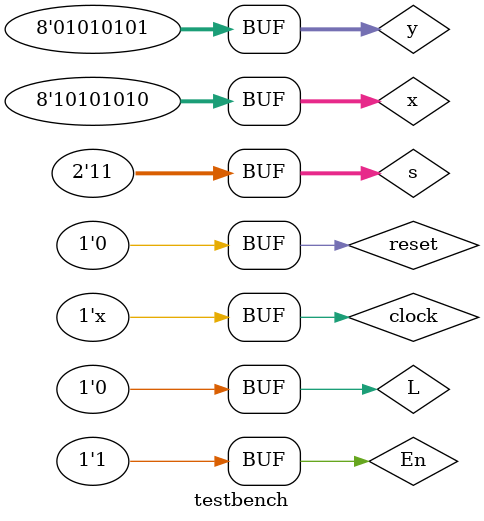
<source format=v>
module testbench;

 reg [7:0] x; 
 reg [7:0] y ; 
 reg L ; 
 reg En ; 
 reg reset ;
 reg clock ; 
 reg [1:0] s ;

 wire [7:0] f ; 
 wire cout ; 


 ALU circuit1(.x(x), .y(y), .L(L), .En(En), .reset(reset), .clock(clock), .s(s), .f(f), .cout(cout));

 initial begin
 x = 20 ;
 y = 30 ;
 L = 0 ; 
 En = 1 ; 
 reset = 0 ;
 clock = 0 ; 
 s = 2'b00; 

 #70
 reset = 1 ; 
 s = 2'b01 ;
 
 #70 
  x = 25;

 #70
  x = 30 ; 

 #70 
  x = 35 ; 

 #70 
  x=40 ;

 #480 
  reset = 0 ; 

 #10
 reset = 1 ;
 s = 2'b10 ; 

 #655
 reset =0 ; 

#70 
 s= 2'b11 ;
 x=  8'b10101010;
 y = 8'b01010101;
 end
 always 
 #35 clock = ~clock ; 
endmodule


</source>
